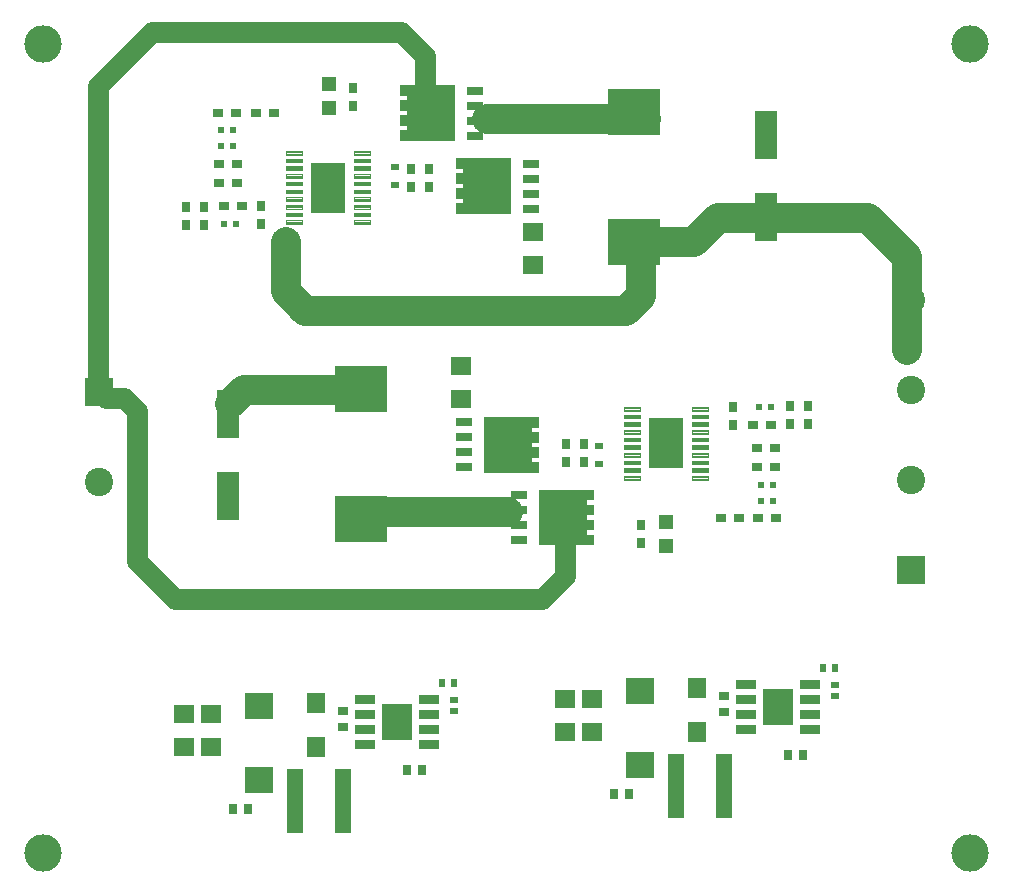
<source format=gbr>
G04 EAGLE Gerber RS-274X export*
G75*
%MOMM*%
%FSLAX34Y34*%
%LPD*%
%INSoldermask Top*%
%IPPOS*%
%AMOC8*
5,1,8,0,0,1.08239X$1,22.5*%
G01*
%ADD10C,1.778000*%
%ADD11C,2.540000*%
%ADD12C,3.175000*%
%ADD13R,1.372000X0.710000*%
%ADD14C,0.102500*%
%ADD15R,3.000000X4.200000*%
%ADD16R,0.900000X0.800000*%
%ADD17R,0.600000X0.600000*%
%ADD18R,0.800000X0.900000*%
%ADD19R,1.300000X1.200000*%
%ADD20R,1.800000X1.600000*%
%ADD21R,1.900000X4.150000*%
%ADD22R,4.500000X4.000000*%
%ADD23R,0.800000X0.600000*%
%ADD24R,2.600000X3.100000*%
%ADD25R,0.900000X0.700000*%
%ADD26R,0.700000X0.900000*%
%ADD27R,1.630000X1.660000*%
%ADD28R,1.430000X5.500000*%
%ADD29R,2.350000X2.300000*%
%ADD30R,0.700000X0.600000*%
%ADD31R,0.600000X0.700000*%
%ADD32R,2.400000X2.400000*%
%ADD33C,2.400000*%

G36*
X-1020235Y1381895D02*
X-1020235Y1381895D01*
X-1020240Y1381902D01*
X-1020233Y1381908D01*
X-1020233Y1391008D01*
X-1020269Y1391055D01*
X-1020276Y1391050D01*
X-1020282Y1391057D01*
X-1026233Y1391057D01*
X-1026233Y1394559D01*
X-1020382Y1394559D01*
X-1020335Y1394595D01*
X-1020338Y1394599D01*
X-1020335Y1394601D01*
X-1020337Y1394605D01*
X-1020333Y1394608D01*
X-1020333Y1403708D01*
X-1020369Y1403755D01*
X-1020376Y1403750D01*
X-1020382Y1403757D01*
X-1026233Y1403757D01*
X-1026233Y1407259D01*
X-1020382Y1407259D01*
X-1020335Y1407295D01*
X-1020340Y1407302D01*
X-1020333Y1407308D01*
X-1020333Y1416408D01*
X-1020369Y1416455D01*
X-1020376Y1416450D01*
X-1020382Y1416457D01*
X-1026233Y1416457D01*
X-1026233Y1419959D01*
X-1020382Y1419959D01*
X-1020335Y1419995D01*
X-1020340Y1420002D01*
X-1020333Y1420008D01*
X-1020333Y1429108D01*
X-1020369Y1429155D01*
X-1020376Y1429150D01*
X-1020382Y1429157D01*
X-1066782Y1429157D01*
X-1066829Y1429121D01*
X-1066824Y1429114D01*
X-1066831Y1429108D01*
X-1066831Y1381908D01*
X-1066795Y1381861D01*
X-1066788Y1381866D01*
X-1066782Y1381859D01*
X-1020282Y1381859D01*
X-1020235Y1381895D01*
G37*
G36*
X-973067Y1320427D02*
X-973067Y1320427D01*
X-973072Y1320434D01*
X-973065Y1320440D01*
X-973065Y1329540D01*
X-973101Y1329587D01*
X-973108Y1329582D01*
X-973114Y1329589D01*
X-979065Y1329589D01*
X-979065Y1333091D01*
X-973214Y1333091D01*
X-973167Y1333127D01*
X-973170Y1333131D01*
X-973167Y1333133D01*
X-973169Y1333137D01*
X-973165Y1333140D01*
X-973165Y1342240D01*
X-973201Y1342287D01*
X-973208Y1342282D01*
X-973214Y1342289D01*
X-979065Y1342289D01*
X-979065Y1345791D01*
X-973214Y1345791D01*
X-973167Y1345827D01*
X-973172Y1345834D01*
X-973165Y1345840D01*
X-973165Y1354940D01*
X-973201Y1354987D01*
X-973208Y1354982D01*
X-973214Y1354989D01*
X-979065Y1354989D01*
X-979065Y1358491D01*
X-973214Y1358491D01*
X-973167Y1358527D01*
X-973172Y1358534D01*
X-973165Y1358540D01*
X-973165Y1367640D01*
X-973201Y1367687D01*
X-973208Y1367682D01*
X-973214Y1367689D01*
X-1019614Y1367689D01*
X-1019661Y1367653D01*
X-1019656Y1367646D01*
X-1019663Y1367640D01*
X-1019663Y1320440D01*
X-1019627Y1320393D01*
X-1019620Y1320398D01*
X-1019614Y1320391D01*
X-973114Y1320391D01*
X-973067Y1320427D01*
G37*
G36*
X-1091079Y1662567D02*
X-1091079Y1662567D01*
X-1091084Y1662574D01*
X-1091077Y1662580D01*
X-1091077Y1709780D01*
X-1091113Y1709827D01*
X-1091120Y1709822D01*
X-1091126Y1709829D01*
X-1137626Y1709829D01*
X-1137673Y1709793D01*
X-1137668Y1709786D01*
X-1137675Y1709780D01*
X-1137675Y1700680D01*
X-1137639Y1700633D01*
X-1137632Y1700638D01*
X-1137626Y1700631D01*
X-1131675Y1700631D01*
X-1131675Y1697129D01*
X-1137526Y1697129D01*
X-1137573Y1697093D01*
X-1137568Y1697086D01*
X-1137575Y1697080D01*
X-1137575Y1687980D01*
X-1137539Y1687933D01*
X-1137532Y1687938D01*
X-1137526Y1687931D01*
X-1131675Y1687931D01*
X-1131675Y1684429D01*
X-1137526Y1684429D01*
X-1137573Y1684393D01*
X-1137568Y1684386D01*
X-1137575Y1684380D01*
X-1137575Y1675280D01*
X-1137539Y1675233D01*
X-1137532Y1675238D01*
X-1137526Y1675231D01*
X-1131675Y1675231D01*
X-1131675Y1671729D01*
X-1137526Y1671729D01*
X-1137573Y1671693D01*
X-1137568Y1671686D01*
X-1137575Y1671680D01*
X-1137575Y1662580D01*
X-1137539Y1662533D01*
X-1137532Y1662538D01*
X-1137526Y1662531D01*
X-1091126Y1662531D01*
X-1091079Y1662567D01*
G37*
G36*
X-1043911Y1601099D02*
X-1043911Y1601099D01*
X-1043916Y1601106D01*
X-1043909Y1601112D01*
X-1043909Y1648312D01*
X-1043945Y1648359D01*
X-1043952Y1648354D01*
X-1043958Y1648361D01*
X-1090458Y1648361D01*
X-1090505Y1648325D01*
X-1090500Y1648318D01*
X-1090507Y1648312D01*
X-1090507Y1639212D01*
X-1090471Y1639165D01*
X-1090464Y1639170D01*
X-1090458Y1639163D01*
X-1084507Y1639163D01*
X-1084507Y1635661D01*
X-1090358Y1635661D01*
X-1090405Y1635625D01*
X-1090400Y1635618D01*
X-1090407Y1635612D01*
X-1090407Y1626512D01*
X-1090371Y1626465D01*
X-1090364Y1626470D01*
X-1090358Y1626463D01*
X-1084507Y1626463D01*
X-1084507Y1622961D01*
X-1090358Y1622961D01*
X-1090405Y1622925D01*
X-1090400Y1622918D01*
X-1090407Y1622912D01*
X-1090407Y1613812D01*
X-1090371Y1613765D01*
X-1090364Y1613770D01*
X-1090358Y1613763D01*
X-1084507Y1613763D01*
X-1084507Y1610261D01*
X-1090358Y1610261D01*
X-1090405Y1610225D01*
X-1090400Y1610218D01*
X-1090407Y1610212D01*
X-1090407Y1601112D01*
X-1090371Y1601065D01*
X-1090364Y1601070D01*
X-1090358Y1601063D01*
X-1043958Y1601063D01*
X-1043911Y1601099D01*
G37*
G36*
X-782924Y1198945D02*
X-782924Y1198945D01*
X-782920Y1198942D01*
X-782729Y1198980D01*
X-782720Y1198990D01*
X-782711Y1198987D01*
X-782549Y1199096D01*
X-782545Y1199109D01*
X-782536Y1199109D01*
X-782427Y1199271D01*
X-782428Y1199285D01*
X-782420Y1199289D01*
X-782382Y1199480D01*
X-782385Y1199487D01*
X-782381Y1199490D01*
X-782381Y1205890D01*
X-782385Y1205896D01*
X-782382Y1205900D01*
X-782420Y1206091D01*
X-782430Y1206100D01*
X-782427Y1206109D01*
X-782536Y1206271D01*
X-782549Y1206275D01*
X-782549Y1206285D01*
X-782711Y1206393D01*
X-782725Y1206392D01*
X-782729Y1206400D01*
X-782920Y1206438D01*
X-782927Y1206435D01*
X-782930Y1206439D01*
X-798830Y1206439D01*
X-798836Y1206435D01*
X-798840Y1206438D01*
X-799031Y1206400D01*
X-799040Y1206390D01*
X-799049Y1206393D01*
X-799211Y1206285D01*
X-799215Y1206271D01*
X-799225Y1206271D01*
X-799333Y1206109D01*
X-799332Y1206100D01*
X-799339Y1206095D01*
X-799337Y1206093D01*
X-799340Y1206091D01*
X-799378Y1205900D01*
X-799375Y1205893D01*
X-799379Y1205890D01*
X-799379Y1199490D01*
X-799375Y1199484D01*
X-799378Y1199480D01*
X-799340Y1199289D01*
X-799330Y1199280D01*
X-799333Y1199271D01*
X-799225Y1199109D01*
X-799211Y1199105D01*
X-799211Y1199096D01*
X-799049Y1198987D01*
X-799035Y1198988D01*
X-799031Y1198980D01*
X-798840Y1198942D01*
X-798833Y1198945D01*
X-798830Y1198941D01*
X-782930Y1198941D01*
X-782924Y1198945D01*
G37*
G36*
X-836924Y1198945D02*
X-836924Y1198945D01*
X-836920Y1198942D01*
X-836729Y1198980D01*
X-836720Y1198990D01*
X-836711Y1198987D01*
X-836549Y1199096D01*
X-836545Y1199109D01*
X-836536Y1199109D01*
X-836427Y1199271D01*
X-836428Y1199285D01*
X-836420Y1199289D01*
X-836382Y1199480D01*
X-836385Y1199487D01*
X-836381Y1199490D01*
X-836381Y1205890D01*
X-836385Y1205896D01*
X-836382Y1205900D01*
X-836420Y1206091D01*
X-836430Y1206100D01*
X-836427Y1206109D01*
X-836536Y1206271D01*
X-836549Y1206275D01*
X-836549Y1206285D01*
X-836711Y1206393D01*
X-836725Y1206392D01*
X-836729Y1206400D01*
X-836920Y1206438D01*
X-836927Y1206435D01*
X-836930Y1206439D01*
X-852830Y1206439D01*
X-852836Y1206435D01*
X-852840Y1206438D01*
X-853031Y1206400D01*
X-853040Y1206390D01*
X-853049Y1206393D01*
X-853211Y1206285D01*
X-853215Y1206271D01*
X-853225Y1206271D01*
X-853333Y1206109D01*
X-853332Y1206100D01*
X-853339Y1206095D01*
X-853337Y1206093D01*
X-853340Y1206091D01*
X-853378Y1205900D01*
X-853375Y1205893D01*
X-853379Y1205890D01*
X-853379Y1199490D01*
X-853375Y1199484D01*
X-853378Y1199480D01*
X-853340Y1199289D01*
X-853330Y1199280D01*
X-853333Y1199271D01*
X-853225Y1199109D01*
X-853211Y1199105D01*
X-853211Y1199096D01*
X-853049Y1198987D01*
X-853035Y1198988D01*
X-853031Y1198980D01*
X-852840Y1198942D01*
X-852833Y1198945D01*
X-852830Y1198941D01*
X-836930Y1198941D01*
X-836924Y1198945D01*
G37*
G36*
X-782924Y1186245D02*
X-782924Y1186245D01*
X-782920Y1186242D01*
X-782729Y1186280D01*
X-782720Y1186290D01*
X-782711Y1186287D01*
X-782549Y1186396D01*
X-782545Y1186409D01*
X-782536Y1186409D01*
X-782427Y1186571D01*
X-782428Y1186585D01*
X-782420Y1186589D01*
X-782382Y1186780D01*
X-782385Y1186787D01*
X-782381Y1186790D01*
X-782381Y1193190D01*
X-782385Y1193196D01*
X-782382Y1193200D01*
X-782420Y1193391D01*
X-782430Y1193400D01*
X-782427Y1193409D01*
X-782536Y1193571D01*
X-782549Y1193575D01*
X-782549Y1193585D01*
X-782711Y1193693D01*
X-782725Y1193692D01*
X-782729Y1193700D01*
X-782920Y1193738D01*
X-782927Y1193735D01*
X-782930Y1193739D01*
X-798830Y1193739D01*
X-798836Y1193735D01*
X-798840Y1193738D01*
X-799031Y1193700D01*
X-799040Y1193690D01*
X-799049Y1193693D01*
X-799211Y1193585D01*
X-799215Y1193571D01*
X-799225Y1193571D01*
X-799333Y1193409D01*
X-799332Y1193400D01*
X-799339Y1193395D01*
X-799337Y1193393D01*
X-799340Y1193391D01*
X-799378Y1193200D01*
X-799375Y1193193D01*
X-799379Y1193190D01*
X-799379Y1186790D01*
X-799375Y1186784D01*
X-799378Y1186780D01*
X-799340Y1186589D01*
X-799330Y1186580D01*
X-799333Y1186571D01*
X-799225Y1186409D01*
X-799211Y1186405D01*
X-799211Y1186396D01*
X-799049Y1186287D01*
X-799035Y1186288D01*
X-799031Y1186280D01*
X-798840Y1186242D01*
X-798833Y1186245D01*
X-798830Y1186241D01*
X-782930Y1186241D01*
X-782924Y1186245D01*
G37*
G36*
X-1159504Y1186245D02*
X-1159504Y1186245D01*
X-1159500Y1186242D01*
X-1159309Y1186280D01*
X-1159300Y1186290D01*
X-1159291Y1186287D01*
X-1159129Y1186396D01*
X-1159125Y1186409D01*
X-1159116Y1186409D01*
X-1159007Y1186571D01*
X-1159008Y1186585D01*
X-1159000Y1186589D01*
X-1158962Y1186780D01*
X-1158965Y1186787D01*
X-1158961Y1186790D01*
X-1158961Y1193190D01*
X-1158965Y1193196D01*
X-1158962Y1193200D01*
X-1159000Y1193391D01*
X-1159010Y1193400D01*
X-1159007Y1193409D01*
X-1159116Y1193571D01*
X-1159129Y1193575D01*
X-1159129Y1193585D01*
X-1159291Y1193693D01*
X-1159305Y1193692D01*
X-1159309Y1193700D01*
X-1159500Y1193738D01*
X-1159507Y1193735D01*
X-1159510Y1193739D01*
X-1175410Y1193739D01*
X-1175416Y1193735D01*
X-1175420Y1193738D01*
X-1175611Y1193700D01*
X-1175620Y1193690D01*
X-1175629Y1193693D01*
X-1175791Y1193585D01*
X-1175795Y1193571D01*
X-1175805Y1193571D01*
X-1175913Y1193409D01*
X-1175912Y1193400D01*
X-1175919Y1193395D01*
X-1175917Y1193393D01*
X-1175920Y1193391D01*
X-1175958Y1193200D01*
X-1175955Y1193193D01*
X-1175959Y1193190D01*
X-1175959Y1186790D01*
X-1175955Y1186784D01*
X-1175958Y1186780D01*
X-1175920Y1186589D01*
X-1175910Y1186580D01*
X-1175913Y1186571D01*
X-1175805Y1186409D01*
X-1175791Y1186405D01*
X-1175791Y1186396D01*
X-1175629Y1186287D01*
X-1175615Y1186288D01*
X-1175611Y1186280D01*
X-1175420Y1186242D01*
X-1175413Y1186245D01*
X-1175410Y1186241D01*
X-1159510Y1186241D01*
X-1159504Y1186245D01*
G37*
G36*
X-1105504Y1186245D02*
X-1105504Y1186245D01*
X-1105500Y1186242D01*
X-1105309Y1186280D01*
X-1105300Y1186290D01*
X-1105291Y1186287D01*
X-1105129Y1186396D01*
X-1105125Y1186409D01*
X-1105116Y1186409D01*
X-1105007Y1186571D01*
X-1105008Y1186585D01*
X-1105000Y1186589D01*
X-1104962Y1186780D01*
X-1104965Y1186787D01*
X-1104961Y1186790D01*
X-1104961Y1193190D01*
X-1104965Y1193196D01*
X-1104962Y1193200D01*
X-1105000Y1193391D01*
X-1105010Y1193400D01*
X-1105007Y1193409D01*
X-1105116Y1193571D01*
X-1105129Y1193575D01*
X-1105129Y1193585D01*
X-1105291Y1193693D01*
X-1105305Y1193692D01*
X-1105309Y1193700D01*
X-1105500Y1193738D01*
X-1105507Y1193735D01*
X-1105510Y1193739D01*
X-1121410Y1193739D01*
X-1121416Y1193735D01*
X-1121420Y1193738D01*
X-1121611Y1193700D01*
X-1121620Y1193690D01*
X-1121629Y1193693D01*
X-1121791Y1193585D01*
X-1121795Y1193571D01*
X-1121805Y1193571D01*
X-1121913Y1193409D01*
X-1121912Y1193400D01*
X-1121919Y1193395D01*
X-1121917Y1193393D01*
X-1121920Y1193391D01*
X-1121958Y1193200D01*
X-1121955Y1193193D01*
X-1121959Y1193190D01*
X-1121959Y1186790D01*
X-1121955Y1186784D01*
X-1121958Y1186780D01*
X-1121920Y1186589D01*
X-1121910Y1186580D01*
X-1121913Y1186571D01*
X-1121805Y1186409D01*
X-1121791Y1186405D01*
X-1121791Y1186396D01*
X-1121629Y1186287D01*
X-1121615Y1186288D01*
X-1121611Y1186280D01*
X-1121420Y1186242D01*
X-1121413Y1186245D01*
X-1121410Y1186241D01*
X-1105510Y1186241D01*
X-1105504Y1186245D01*
G37*
G36*
X-836924Y1186245D02*
X-836924Y1186245D01*
X-836920Y1186242D01*
X-836729Y1186280D01*
X-836720Y1186290D01*
X-836711Y1186287D01*
X-836549Y1186396D01*
X-836545Y1186409D01*
X-836536Y1186409D01*
X-836427Y1186571D01*
X-836428Y1186585D01*
X-836420Y1186589D01*
X-836382Y1186780D01*
X-836385Y1186787D01*
X-836381Y1186790D01*
X-836381Y1193190D01*
X-836385Y1193196D01*
X-836382Y1193200D01*
X-836420Y1193391D01*
X-836430Y1193400D01*
X-836427Y1193409D01*
X-836536Y1193571D01*
X-836549Y1193575D01*
X-836549Y1193585D01*
X-836711Y1193693D01*
X-836725Y1193692D01*
X-836729Y1193700D01*
X-836920Y1193738D01*
X-836927Y1193735D01*
X-836930Y1193739D01*
X-852830Y1193739D01*
X-852836Y1193735D01*
X-852840Y1193738D01*
X-853031Y1193700D01*
X-853040Y1193690D01*
X-853049Y1193693D01*
X-853211Y1193585D01*
X-853215Y1193571D01*
X-853225Y1193571D01*
X-853333Y1193409D01*
X-853332Y1193400D01*
X-853339Y1193395D01*
X-853337Y1193393D01*
X-853340Y1193391D01*
X-853378Y1193200D01*
X-853375Y1193193D01*
X-853379Y1193190D01*
X-853379Y1186790D01*
X-853375Y1186784D01*
X-853378Y1186780D01*
X-853340Y1186589D01*
X-853330Y1186580D01*
X-853333Y1186571D01*
X-853225Y1186409D01*
X-853211Y1186405D01*
X-853211Y1186396D01*
X-853049Y1186287D01*
X-853035Y1186288D01*
X-853031Y1186280D01*
X-852840Y1186242D01*
X-852833Y1186245D01*
X-852830Y1186241D01*
X-836930Y1186241D01*
X-836924Y1186245D01*
G37*
G36*
X-836924Y1173545D02*
X-836924Y1173545D01*
X-836920Y1173542D01*
X-836729Y1173580D01*
X-836720Y1173590D01*
X-836711Y1173587D01*
X-836549Y1173696D01*
X-836545Y1173709D01*
X-836536Y1173709D01*
X-836427Y1173871D01*
X-836428Y1173885D01*
X-836420Y1173889D01*
X-836382Y1174080D01*
X-836385Y1174087D01*
X-836381Y1174090D01*
X-836381Y1180490D01*
X-836385Y1180496D01*
X-836382Y1180500D01*
X-836420Y1180691D01*
X-836430Y1180700D01*
X-836427Y1180709D01*
X-836536Y1180871D01*
X-836549Y1180875D01*
X-836549Y1180885D01*
X-836711Y1180993D01*
X-836725Y1180992D01*
X-836729Y1181000D01*
X-836920Y1181038D01*
X-836927Y1181035D01*
X-836930Y1181039D01*
X-852830Y1181039D01*
X-852836Y1181035D01*
X-852840Y1181038D01*
X-853031Y1181000D01*
X-853040Y1180990D01*
X-853049Y1180993D01*
X-853211Y1180885D01*
X-853215Y1180871D01*
X-853225Y1180871D01*
X-853333Y1180709D01*
X-853332Y1180700D01*
X-853339Y1180695D01*
X-853337Y1180693D01*
X-853340Y1180691D01*
X-853378Y1180500D01*
X-853375Y1180493D01*
X-853379Y1180490D01*
X-853379Y1174090D01*
X-853375Y1174084D01*
X-853378Y1174080D01*
X-853340Y1173889D01*
X-853330Y1173880D01*
X-853333Y1173871D01*
X-853225Y1173709D01*
X-853211Y1173705D01*
X-853211Y1173696D01*
X-853049Y1173587D01*
X-853035Y1173588D01*
X-853031Y1173580D01*
X-852840Y1173542D01*
X-852833Y1173545D01*
X-852830Y1173541D01*
X-836930Y1173541D01*
X-836924Y1173545D01*
G37*
G36*
X-1159504Y1173545D02*
X-1159504Y1173545D01*
X-1159500Y1173542D01*
X-1159309Y1173580D01*
X-1159300Y1173590D01*
X-1159291Y1173587D01*
X-1159129Y1173696D01*
X-1159125Y1173709D01*
X-1159116Y1173709D01*
X-1159007Y1173871D01*
X-1159008Y1173885D01*
X-1159000Y1173889D01*
X-1158962Y1174080D01*
X-1158965Y1174087D01*
X-1158961Y1174090D01*
X-1158961Y1180490D01*
X-1158965Y1180496D01*
X-1158962Y1180500D01*
X-1159000Y1180691D01*
X-1159010Y1180700D01*
X-1159007Y1180709D01*
X-1159116Y1180871D01*
X-1159129Y1180875D01*
X-1159129Y1180885D01*
X-1159291Y1180993D01*
X-1159305Y1180992D01*
X-1159309Y1181000D01*
X-1159500Y1181038D01*
X-1159507Y1181035D01*
X-1159510Y1181039D01*
X-1175410Y1181039D01*
X-1175416Y1181035D01*
X-1175420Y1181038D01*
X-1175611Y1181000D01*
X-1175620Y1180990D01*
X-1175629Y1180993D01*
X-1175791Y1180885D01*
X-1175795Y1180871D01*
X-1175805Y1180871D01*
X-1175913Y1180709D01*
X-1175912Y1180700D01*
X-1175919Y1180695D01*
X-1175917Y1180693D01*
X-1175920Y1180691D01*
X-1175958Y1180500D01*
X-1175955Y1180493D01*
X-1175959Y1180490D01*
X-1175959Y1174090D01*
X-1175955Y1174084D01*
X-1175958Y1174080D01*
X-1175920Y1173889D01*
X-1175910Y1173880D01*
X-1175913Y1173871D01*
X-1175805Y1173709D01*
X-1175791Y1173705D01*
X-1175791Y1173696D01*
X-1175629Y1173587D01*
X-1175615Y1173588D01*
X-1175611Y1173580D01*
X-1175420Y1173542D01*
X-1175413Y1173545D01*
X-1175410Y1173541D01*
X-1159510Y1173541D01*
X-1159504Y1173545D01*
G37*
G36*
X-1105504Y1173545D02*
X-1105504Y1173545D01*
X-1105500Y1173542D01*
X-1105309Y1173580D01*
X-1105300Y1173590D01*
X-1105291Y1173587D01*
X-1105129Y1173696D01*
X-1105125Y1173709D01*
X-1105116Y1173709D01*
X-1105007Y1173871D01*
X-1105008Y1173885D01*
X-1105000Y1173889D01*
X-1104962Y1174080D01*
X-1104965Y1174087D01*
X-1104961Y1174090D01*
X-1104961Y1180490D01*
X-1104965Y1180496D01*
X-1104962Y1180500D01*
X-1105000Y1180691D01*
X-1105010Y1180700D01*
X-1105007Y1180709D01*
X-1105116Y1180871D01*
X-1105129Y1180875D01*
X-1105129Y1180885D01*
X-1105291Y1180993D01*
X-1105305Y1180992D01*
X-1105309Y1181000D01*
X-1105500Y1181038D01*
X-1105507Y1181035D01*
X-1105510Y1181039D01*
X-1121410Y1181039D01*
X-1121416Y1181035D01*
X-1121420Y1181038D01*
X-1121611Y1181000D01*
X-1121620Y1180990D01*
X-1121629Y1180993D01*
X-1121791Y1180885D01*
X-1121795Y1180871D01*
X-1121805Y1180871D01*
X-1121913Y1180709D01*
X-1121912Y1180700D01*
X-1121919Y1180695D01*
X-1121917Y1180693D01*
X-1121920Y1180691D01*
X-1121958Y1180500D01*
X-1121955Y1180493D01*
X-1121959Y1180490D01*
X-1121959Y1174090D01*
X-1121955Y1174084D01*
X-1121958Y1174080D01*
X-1121920Y1173889D01*
X-1121910Y1173880D01*
X-1121913Y1173871D01*
X-1121805Y1173709D01*
X-1121791Y1173705D01*
X-1121791Y1173696D01*
X-1121629Y1173587D01*
X-1121615Y1173588D01*
X-1121611Y1173580D01*
X-1121420Y1173542D01*
X-1121413Y1173545D01*
X-1121410Y1173541D01*
X-1105510Y1173541D01*
X-1105504Y1173545D01*
G37*
G36*
X-782924Y1173545D02*
X-782924Y1173545D01*
X-782920Y1173542D01*
X-782729Y1173580D01*
X-782720Y1173590D01*
X-782711Y1173587D01*
X-782549Y1173696D01*
X-782545Y1173709D01*
X-782536Y1173709D01*
X-782427Y1173871D01*
X-782428Y1173885D01*
X-782420Y1173889D01*
X-782382Y1174080D01*
X-782385Y1174087D01*
X-782381Y1174090D01*
X-782381Y1180490D01*
X-782385Y1180496D01*
X-782382Y1180500D01*
X-782420Y1180691D01*
X-782430Y1180700D01*
X-782427Y1180709D01*
X-782536Y1180871D01*
X-782549Y1180875D01*
X-782549Y1180885D01*
X-782711Y1180993D01*
X-782725Y1180992D01*
X-782729Y1181000D01*
X-782920Y1181038D01*
X-782927Y1181035D01*
X-782930Y1181039D01*
X-798830Y1181039D01*
X-798836Y1181035D01*
X-798840Y1181038D01*
X-799031Y1181000D01*
X-799040Y1180990D01*
X-799049Y1180993D01*
X-799211Y1180885D01*
X-799215Y1180871D01*
X-799225Y1180871D01*
X-799333Y1180709D01*
X-799332Y1180700D01*
X-799339Y1180695D01*
X-799337Y1180693D01*
X-799340Y1180691D01*
X-799378Y1180500D01*
X-799375Y1180493D01*
X-799379Y1180490D01*
X-799379Y1174090D01*
X-799375Y1174084D01*
X-799378Y1174080D01*
X-799340Y1173889D01*
X-799330Y1173880D01*
X-799333Y1173871D01*
X-799225Y1173709D01*
X-799211Y1173705D01*
X-799211Y1173696D01*
X-799049Y1173587D01*
X-799035Y1173588D01*
X-799031Y1173580D01*
X-798840Y1173542D01*
X-798833Y1173545D01*
X-798830Y1173541D01*
X-782930Y1173541D01*
X-782924Y1173545D01*
G37*
G36*
X-782924Y1160845D02*
X-782924Y1160845D01*
X-782920Y1160842D01*
X-782729Y1160880D01*
X-782720Y1160890D01*
X-782711Y1160887D01*
X-782549Y1160996D01*
X-782545Y1161009D01*
X-782536Y1161009D01*
X-782427Y1161171D01*
X-782428Y1161185D01*
X-782420Y1161189D01*
X-782382Y1161380D01*
X-782385Y1161387D01*
X-782381Y1161390D01*
X-782381Y1167790D01*
X-782385Y1167796D01*
X-782382Y1167800D01*
X-782420Y1167991D01*
X-782430Y1168000D01*
X-782427Y1168009D01*
X-782536Y1168171D01*
X-782549Y1168175D01*
X-782549Y1168185D01*
X-782711Y1168293D01*
X-782725Y1168292D01*
X-782729Y1168300D01*
X-782920Y1168338D01*
X-782927Y1168335D01*
X-782930Y1168339D01*
X-798830Y1168339D01*
X-798836Y1168335D01*
X-798840Y1168338D01*
X-799031Y1168300D01*
X-799040Y1168290D01*
X-799049Y1168293D01*
X-799211Y1168185D01*
X-799215Y1168171D01*
X-799225Y1168171D01*
X-799333Y1168009D01*
X-799332Y1168000D01*
X-799339Y1167995D01*
X-799337Y1167993D01*
X-799340Y1167991D01*
X-799378Y1167800D01*
X-799375Y1167793D01*
X-799379Y1167790D01*
X-799379Y1161390D01*
X-799375Y1161384D01*
X-799378Y1161380D01*
X-799340Y1161189D01*
X-799330Y1161180D01*
X-799333Y1161171D01*
X-799225Y1161009D01*
X-799211Y1161005D01*
X-799211Y1160996D01*
X-799049Y1160887D01*
X-799035Y1160888D01*
X-799031Y1160880D01*
X-798840Y1160842D01*
X-798833Y1160845D01*
X-798830Y1160841D01*
X-782930Y1160841D01*
X-782924Y1160845D01*
G37*
G36*
X-1159504Y1160845D02*
X-1159504Y1160845D01*
X-1159500Y1160842D01*
X-1159309Y1160880D01*
X-1159300Y1160890D01*
X-1159291Y1160887D01*
X-1159129Y1160996D01*
X-1159125Y1161009D01*
X-1159116Y1161009D01*
X-1159007Y1161171D01*
X-1159008Y1161185D01*
X-1159000Y1161189D01*
X-1158962Y1161380D01*
X-1158965Y1161387D01*
X-1158961Y1161390D01*
X-1158961Y1167790D01*
X-1158965Y1167796D01*
X-1158962Y1167800D01*
X-1159000Y1167991D01*
X-1159010Y1168000D01*
X-1159007Y1168009D01*
X-1159116Y1168171D01*
X-1159129Y1168175D01*
X-1159129Y1168185D01*
X-1159291Y1168293D01*
X-1159305Y1168292D01*
X-1159309Y1168300D01*
X-1159500Y1168338D01*
X-1159507Y1168335D01*
X-1159510Y1168339D01*
X-1175410Y1168339D01*
X-1175416Y1168335D01*
X-1175420Y1168338D01*
X-1175611Y1168300D01*
X-1175620Y1168290D01*
X-1175629Y1168293D01*
X-1175791Y1168185D01*
X-1175795Y1168171D01*
X-1175805Y1168171D01*
X-1175913Y1168009D01*
X-1175912Y1168000D01*
X-1175919Y1167995D01*
X-1175917Y1167993D01*
X-1175920Y1167991D01*
X-1175958Y1167800D01*
X-1175955Y1167793D01*
X-1175959Y1167790D01*
X-1175959Y1161390D01*
X-1175955Y1161384D01*
X-1175958Y1161380D01*
X-1175920Y1161189D01*
X-1175910Y1161180D01*
X-1175913Y1161171D01*
X-1175805Y1161009D01*
X-1175791Y1161005D01*
X-1175791Y1160996D01*
X-1175629Y1160887D01*
X-1175615Y1160888D01*
X-1175611Y1160880D01*
X-1175420Y1160842D01*
X-1175413Y1160845D01*
X-1175410Y1160841D01*
X-1159510Y1160841D01*
X-1159504Y1160845D01*
G37*
G36*
X-836924Y1160845D02*
X-836924Y1160845D01*
X-836920Y1160842D01*
X-836729Y1160880D01*
X-836720Y1160890D01*
X-836711Y1160887D01*
X-836549Y1160996D01*
X-836545Y1161009D01*
X-836536Y1161009D01*
X-836427Y1161171D01*
X-836428Y1161185D01*
X-836420Y1161189D01*
X-836382Y1161380D01*
X-836385Y1161387D01*
X-836381Y1161390D01*
X-836381Y1167790D01*
X-836385Y1167796D01*
X-836382Y1167800D01*
X-836420Y1167991D01*
X-836430Y1168000D01*
X-836427Y1168009D01*
X-836536Y1168171D01*
X-836549Y1168175D01*
X-836549Y1168185D01*
X-836711Y1168293D01*
X-836725Y1168292D01*
X-836729Y1168300D01*
X-836920Y1168338D01*
X-836927Y1168335D01*
X-836930Y1168339D01*
X-852830Y1168339D01*
X-852836Y1168335D01*
X-852840Y1168338D01*
X-853031Y1168300D01*
X-853040Y1168290D01*
X-853049Y1168293D01*
X-853211Y1168185D01*
X-853215Y1168171D01*
X-853225Y1168171D01*
X-853333Y1168009D01*
X-853332Y1168000D01*
X-853339Y1167995D01*
X-853337Y1167993D01*
X-853340Y1167991D01*
X-853378Y1167800D01*
X-853375Y1167793D01*
X-853379Y1167790D01*
X-853379Y1161390D01*
X-853375Y1161384D01*
X-853378Y1161380D01*
X-853340Y1161189D01*
X-853330Y1161180D01*
X-853333Y1161171D01*
X-853225Y1161009D01*
X-853211Y1161005D01*
X-853211Y1160996D01*
X-853049Y1160887D01*
X-853035Y1160888D01*
X-853031Y1160880D01*
X-852840Y1160842D01*
X-852833Y1160845D01*
X-852830Y1160841D01*
X-836930Y1160841D01*
X-836924Y1160845D01*
G37*
G36*
X-1105504Y1160845D02*
X-1105504Y1160845D01*
X-1105500Y1160842D01*
X-1105309Y1160880D01*
X-1105300Y1160890D01*
X-1105291Y1160887D01*
X-1105129Y1160996D01*
X-1105125Y1161009D01*
X-1105116Y1161009D01*
X-1105007Y1161171D01*
X-1105008Y1161185D01*
X-1105000Y1161189D01*
X-1104962Y1161380D01*
X-1104965Y1161387D01*
X-1104961Y1161390D01*
X-1104961Y1167790D01*
X-1104965Y1167796D01*
X-1104962Y1167800D01*
X-1105000Y1167991D01*
X-1105010Y1168000D01*
X-1105007Y1168009D01*
X-1105116Y1168171D01*
X-1105129Y1168175D01*
X-1105129Y1168185D01*
X-1105291Y1168293D01*
X-1105305Y1168292D01*
X-1105309Y1168300D01*
X-1105500Y1168338D01*
X-1105507Y1168335D01*
X-1105510Y1168339D01*
X-1121410Y1168339D01*
X-1121416Y1168335D01*
X-1121420Y1168338D01*
X-1121611Y1168300D01*
X-1121620Y1168290D01*
X-1121629Y1168293D01*
X-1121791Y1168185D01*
X-1121795Y1168171D01*
X-1121805Y1168171D01*
X-1121913Y1168009D01*
X-1121912Y1168000D01*
X-1121919Y1167995D01*
X-1121917Y1167993D01*
X-1121920Y1167991D01*
X-1121958Y1167800D01*
X-1121955Y1167793D01*
X-1121959Y1167790D01*
X-1121959Y1161390D01*
X-1121955Y1161384D01*
X-1121958Y1161380D01*
X-1121920Y1161189D01*
X-1121910Y1161180D01*
X-1121913Y1161171D01*
X-1121805Y1161009D01*
X-1121791Y1161005D01*
X-1121791Y1160996D01*
X-1121629Y1160887D01*
X-1121615Y1160888D01*
X-1121611Y1160880D01*
X-1121420Y1160842D01*
X-1121413Y1160845D01*
X-1121410Y1160841D01*
X-1105510Y1160841D01*
X-1105504Y1160845D01*
G37*
G36*
X-1159504Y1148145D02*
X-1159504Y1148145D01*
X-1159500Y1148142D01*
X-1159309Y1148180D01*
X-1159300Y1148190D01*
X-1159291Y1148187D01*
X-1159129Y1148296D01*
X-1159125Y1148309D01*
X-1159116Y1148309D01*
X-1159007Y1148471D01*
X-1159008Y1148485D01*
X-1159000Y1148489D01*
X-1158962Y1148680D01*
X-1158965Y1148687D01*
X-1158961Y1148690D01*
X-1158961Y1155090D01*
X-1158965Y1155096D01*
X-1158962Y1155100D01*
X-1159000Y1155291D01*
X-1159010Y1155300D01*
X-1159007Y1155309D01*
X-1159116Y1155471D01*
X-1159129Y1155475D01*
X-1159129Y1155485D01*
X-1159291Y1155593D01*
X-1159305Y1155592D01*
X-1159309Y1155600D01*
X-1159500Y1155638D01*
X-1159507Y1155635D01*
X-1159510Y1155639D01*
X-1175410Y1155639D01*
X-1175416Y1155635D01*
X-1175420Y1155638D01*
X-1175611Y1155600D01*
X-1175620Y1155590D01*
X-1175629Y1155593D01*
X-1175791Y1155485D01*
X-1175795Y1155471D01*
X-1175805Y1155471D01*
X-1175913Y1155309D01*
X-1175912Y1155300D01*
X-1175919Y1155295D01*
X-1175917Y1155293D01*
X-1175920Y1155291D01*
X-1175958Y1155100D01*
X-1175955Y1155093D01*
X-1175959Y1155090D01*
X-1175959Y1148690D01*
X-1175955Y1148684D01*
X-1175958Y1148680D01*
X-1175920Y1148489D01*
X-1175910Y1148480D01*
X-1175913Y1148471D01*
X-1175805Y1148309D01*
X-1175791Y1148305D01*
X-1175791Y1148296D01*
X-1175629Y1148187D01*
X-1175615Y1148188D01*
X-1175611Y1148180D01*
X-1175420Y1148142D01*
X-1175413Y1148145D01*
X-1175410Y1148141D01*
X-1159510Y1148141D01*
X-1159504Y1148145D01*
G37*
G36*
X-1105504Y1148145D02*
X-1105504Y1148145D01*
X-1105500Y1148142D01*
X-1105309Y1148180D01*
X-1105300Y1148190D01*
X-1105291Y1148187D01*
X-1105129Y1148296D01*
X-1105125Y1148309D01*
X-1105116Y1148309D01*
X-1105007Y1148471D01*
X-1105008Y1148485D01*
X-1105000Y1148489D01*
X-1104962Y1148680D01*
X-1104965Y1148687D01*
X-1104961Y1148690D01*
X-1104961Y1155090D01*
X-1104965Y1155096D01*
X-1104962Y1155100D01*
X-1105000Y1155291D01*
X-1105010Y1155300D01*
X-1105007Y1155309D01*
X-1105116Y1155471D01*
X-1105129Y1155475D01*
X-1105129Y1155485D01*
X-1105291Y1155593D01*
X-1105305Y1155592D01*
X-1105309Y1155600D01*
X-1105500Y1155638D01*
X-1105507Y1155635D01*
X-1105510Y1155639D01*
X-1121410Y1155639D01*
X-1121416Y1155635D01*
X-1121420Y1155638D01*
X-1121611Y1155600D01*
X-1121620Y1155590D01*
X-1121629Y1155593D01*
X-1121791Y1155485D01*
X-1121795Y1155471D01*
X-1121805Y1155471D01*
X-1121913Y1155309D01*
X-1121912Y1155300D01*
X-1121919Y1155295D01*
X-1121917Y1155293D01*
X-1121920Y1155291D01*
X-1121958Y1155100D01*
X-1121955Y1155093D01*
X-1121959Y1155090D01*
X-1121959Y1148690D01*
X-1121955Y1148684D01*
X-1121958Y1148680D01*
X-1121920Y1148489D01*
X-1121910Y1148480D01*
X-1121913Y1148471D01*
X-1121805Y1148309D01*
X-1121791Y1148305D01*
X-1121791Y1148296D01*
X-1121629Y1148187D01*
X-1121615Y1148188D01*
X-1121611Y1148180D01*
X-1121420Y1148142D01*
X-1121413Y1148145D01*
X-1121410Y1148141D01*
X-1105510Y1148141D01*
X-1105504Y1148145D01*
G37*
D10*
X-1393190Y1450340D02*
X-1393190Y1709420D01*
X-1347470Y1755140D01*
X-1136650Y1755140D01*
X-1116330Y1734820D01*
X-1116330Y1700530D01*
X-1371600Y1445260D02*
X-1386840Y1445260D01*
X-1371600Y1445260D02*
X-1360170Y1433830D01*
X-1360170Y1306830D01*
X-1328420Y1275080D01*
X-1017270Y1275080D01*
X-998220Y1294130D01*
X-998220Y1339850D01*
D11*
X-708660Y1485900D02*
X-708660Y1564640D01*
X-741680Y1597660D01*
X-868680Y1597660D01*
X-889000Y1577340D01*
X-933450Y1577340D01*
X-933450Y1531620D01*
X-946150Y1518920D01*
X-1217930Y1518920D01*
X-1234440Y1535430D01*
X-1234440Y1577340D01*
X-1270000Y1451610D02*
X-1281430Y1440180D01*
X-1270000Y1451610D02*
X-1176020Y1451610D01*
X-1064260Y1681480D02*
X-929640Y1681480D01*
X-1046480Y1348740D02*
X-1167130Y1348740D01*
D12*
X-655000Y1745000D03*
X-655000Y1060000D03*
X-1440000Y1060000D03*
X-1440000Y1745000D03*
D13*
X-1074266Y1667130D03*
X-1074266Y1679830D03*
X-1074266Y1692530D03*
X-1074266Y1705230D03*
X-1027098Y1605662D03*
X-1027098Y1618362D03*
X-1027098Y1631062D03*
X-1027098Y1643762D03*
D14*
X-1220522Y1651152D02*
X-1233898Y1651152D01*
X-1233898Y1654228D01*
X-1220522Y1654228D01*
X-1220522Y1651152D01*
X-1220522Y1652126D02*
X-1233898Y1652126D01*
X-1233898Y1653100D02*
X-1220522Y1653100D01*
X-1220522Y1654074D02*
X-1233898Y1654074D01*
X-1233898Y1644652D02*
X-1220522Y1644652D01*
X-1233898Y1644652D02*
X-1233898Y1647728D01*
X-1220522Y1647728D01*
X-1220522Y1644652D01*
X-1220522Y1645626D02*
X-1233898Y1645626D01*
X-1233898Y1646600D02*
X-1220522Y1646600D01*
X-1220522Y1647574D02*
X-1233898Y1647574D01*
X-1233898Y1638152D02*
X-1220522Y1638152D01*
X-1233898Y1638152D02*
X-1233898Y1641228D01*
X-1220522Y1641228D01*
X-1220522Y1638152D01*
X-1220522Y1639126D02*
X-1233898Y1639126D01*
X-1233898Y1640100D02*
X-1220522Y1640100D01*
X-1220522Y1641074D02*
X-1233898Y1641074D01*
X-1233898Y1631652D02*
X-1220522Y1631652D01*
X-1233898Y1631652D02*
X-1233898Y1634728D01*
X-1220522Y1634728D01*
X-1220522Y1631652D01*
X-1220522Y1632626D02*
X-1233898Y1632626D01*
X-1233898Y1633600D02*
X-1220522Y1633600D01*
X-1220522Y1634574D02*
X-1233898Y1634574D01*
X-1233898Y1625152D02*
X-1220522Y1625152D01*
X-1233898Y1625152D02*
X-1233898Y1628228D01*
X-1220522Y1628228D01*
X-1220522Y1625152D01*
X-1220522Y1626126D02*
X-1233898Y1626126D01*
X-1233898Y1627100D02*
X-1220522Y1627100D01*
X-1220522Y1628074D02*
X-1233898Y1628074D01*
X-1233898Y1618652D02*
X-1220522Y1618652D01*
X-1233898Y1618652D02*
X-1233898Y1621728D01*
X-1220522Y1621728D01*
X-1220522Y1618652D01*
X-1220522Y1619626D02*
X-1233898Y1619626D01*
X-1233898Y1620600D02*
X-1220522Y1620600D01*
X-1220522Y1621574D02*
X-1233898Y1621574D01*
X-1233898Y1612152D02*
X-1220522Y1612152D01*
X-1233898Y1612152D02*
X-1233898Y1615228D01*
X-1220522Y1615228D01*
X-1220522Y1612152D01*
X-1220522Y1613126D02*
X-1233898Y1613126D01*
X-1233898Y1614100D02*
X-1220522Y1614100D01*
X-1220522Y1615074D02*
X-1233898Y1615074D01*
X-1233898Y1605652D02*
X-1220522Y1605652D01*
X-1233898Y1605652D02*
X-1233898Y1608728D01*
X-1220522Y1608728D01*
X-1220522Y1605652D01*
X-1220522Y1606626D02*
X-1233898Y1606626D01*
X-1233898Y1607600D02*
X-1220522Y1607600D01*
X-1220522Y1608574D02*
X-1233898Y1608574D01*
X-1233898Y1599152D02*
X-1220522Y1599152D01*
X-1233898Y1599152D02*
X-1233898Y1602228D01*
X-1220522Y1602228D01*
X-1220522Y1599152D01*
X-1220522Y1600126D02*
X-1233898Y1600126D01*
X-1233898Y1601100D02*
X-1220522Y1601100D01*
X-1220522Y1602074D02*
X-1233898Y1602074D01*
X-1233898Y1592652D02*
X-1220522Y1592652D01*
X-1233898Y1592652D02*
X-1233898Y1595728D01*
X-1220522Y1595728D01*
X-1220522Y1592652D01*
X-1220522Y1593626D02*
X-1233898Y1593626D01*
X-1233898Y1594600D02*
X-1220522Y1594600D01*
X-1220522Y1595574D02*
X-1233898Y1595574D01*
X-1176198Y1592652D02*
X-1162822Y1592652D01*
X-1176198Y1592652D02*
X-1176198Y1595728D01*
X-1162822Y1595728D01*
X-1162822Y1592652D01*
X-1162822Y1593626D02*
X-1176198Y1593626D01*
X-1176198Y1594600D02*
X-1162822Y1594600D01*
X-1162822Y1595574D02*
X-1176198Y1595574D01*
X-1176198Y1599152D02*
X-1162822Y1599152D01*
X-1176198Y1599152D02*
X-1176198Y1602228D01*
X-1162822Y1602228D01*
X-1162822Y1599152D01*
X-1162822Y1600126D02*
X-1176198Y1600126D01*
X-1176198Y1601100D02*
X-1162822Y1601100D01*
X-1162822Y1602074D02*
X-1176198Y1602074D01*
X-1176198Y1605652D02*
X-1162822Y1605652D01*
X-1176198Y1605652D02*
X-1176198Y1608728D01*
X-1162822Y1608728D01*
X-1162822Y1605652D01*
X-1162822Y1606626D02*
X-1176198Y1606626D01*
X-1176198Y1607600D02*
X-1162822Y1607600D01*
X-1162822Y1608574D02*
X-1176198Y1608574D01*
X-1176198Y1612152D02*
X-1162822Y1612152D01*
X-1176198Y1612152D02*
X-1176198Y1615228D01*
X-1162822Y1615228D01*
X-1162822Y1612152D01*
X-1162822Y1613126D02*
X-1176198Y1613126D01*
X-1176198Y1614100D02*
X-1162822Y1614100D01*
X-1162822Y1615074D02*
X-1176198Y1615074D01*
X-1176198Y1618652D02*
X-1162822Y1618652D01*
X-1176198Y1618652D02*
X-1176198Y1621728D01*
X-1162822Y1621728D01*
X-1162822Y1618652D01*
X-1162822Y1619626D02*
X-1176198Y1619626D01*
X-1176198Y1620600D02*
X-1162822Y1620600D01*
X-1162822Y1621574D02*
X-1176198Y1621574D01*
X-1176198Y1625152D02*
X-1162822Y1625152D01*
X-1176198Y1625152D02*
X-1176198Y1628228D01*
X-1162822Y1628228D01*
X-1162822Y1625152D01*
X-1162822Y1626126D02*
X-1176198Y1626126D01*
X-1176198Y1627100D02*
X-1162822Y1627100D01*
X-1162822Y1628074D02*
X-1176198Y1628074D01*
X-1176198Y1631652D02*
X-1162822Y1631652D01*
X-1176198Y1631652D02*
X-1176198Y1634728D01*
X-1162822Y1634728D01*
X-1162822Y1631652D01*
X-1162822Y1632626D02*
X-1176198Y1632626D01*
X-1176198Y1633600D02*
X-1162822Y1633600D01*
X-1162822Y1634574D02*
X-1176198Y1634574D01*
X-1176198Y1638152D02*
X-1162822Y1638152D01*
X-1176198Y1638152D02*
X-1176198Y1641228D01*
X-1162822Y1641228D01*
X-1162822Y1638152D01*
X-1162822Y1639126D02*
X-1176198Y1639126D01*
X-1176198Y1640100D02*
X-1162822Y1640100D01*
X-1162822Y1641074D02*
X-1176198Y1641074D01*
X-1176198Y1644652D02*
X-1162822Y1644652D01*
X-1176198Y1644652D02*
X-1176198Y1647728D01*
X-1162822Y1647728D01*
X-1162822Y1644652D01*
X-1162822Y1645626D02*
X-1176198Y1645626D01*
X-1176198Y1646600D02*
X-1162822Y1646600D01*
X-1162822Y1647574D02*
X-1176198Y1647574D01*
X-1176198Y1651152D02*
X-1162822Y1651152D01*
X-1176198Y1651152D02*
X-1176198Y1654228D01*
X-1162822Y1654228D01*
X-1162822Y1651152D01*
X-1162822Y1652126D02*
X-1176198Y1652126D01*
X-1176198Y1653100D02*
X-1162822Y1653100D01*
X-1162822Y1654074D02*
X-1176198Y1654074D01*
D15*
X-1198360Y1623440D03*
D16*
X-1275600Y1627570D03*
X-1290840Y1627570D03*
X-1275600Y1643534D03*
X-1290840Y1643534D03*
D17*
X-1289038Y1671966D03*
X-1278878Y1671966D03*
D16*
X-1259828Y1686228D03*
X-1244588Y1686228D03*
X-1291324Y1686266D03*
X-1276084Y1686266D03*
D17*
X-1278902Y1658876D03*
X-1289062Y1658876D03*
D18*
X-1177544Y1692656D03*
X-1177544Y1707896D03*
D19*
X-1198118Y1690370D03*
X-1198118Y1710690D03*
D18*
X-1255268Y1592834D03*
X-1255268Y1608074D03*
D17*
X-1287018Y1592834D03*
X-1276858Y1592834D03*
D16*
X-1287018Y1608074D03*
X-1271778Y1608074D03*
D20*
X-1024636Y1558006D03*
X-1024636Y1586006D03*
D18*
X-1303528Y1606804D03*
X-1303528Y1591564D03*
X-1318768Y1591564D03*
X-1318768Y1606804D03*
D21*
X-827786Y1598216D03*
X-827786Y1667716D03*
D22*
X-939800Y1687204D03*
X-939800Y1577204D03*
D23*
X-1141730Y1640720D03*
X-1141730Y1625720D03*
D18*
X-1113282Y1639062D03*
X-1113282Y1623822D03*
X-1128522Y1639316D03*
X-1128522Y1624076D03*
D13*
X-1036474Y1363090D03*
X-1036474Y1350390D03*
X-1036474Y1337690D03*
X-1036474Y1324990D03*
X-1083642Y1424558D03*
X-1083642Y1411858D03*
X-1083642Y1399158D03*
X-1083642Y1386458D03*
D14*
X-890218Y1379068D02*
X-876842Y1379068D01*
X-876842Y1375992D01*
X-890218Y1375992D01*
X-890218Y1379068D01*
X-890218Y1376966D02*
X-876842Y1376966D01*
X-876842Y1377940D02*
X-890218Y1377940D01*
X-890218Y1378914D02*
X-876842Y1378914D01*
X-876842Y1385568D02*
X-890218Y1385568D01*
X-876842Y1385568D02*
X-876842Y1382492D01*
X-890218Y1382492D01*
X-890218Y1385568D01*
X-890218Y1383466D02*
X-876842Y1383466D01*
X-876842Y1384440D02*
X-890218Y1384440D01*
X-890218Y1385414D02*
X-876842Y1385414D01*
X-876842Y1392068D02*
X-890218Y1392068D01*
X-876842Y1392068D02*
X-876842Y1388992D01*
X-890218Y1388992D01*
X-890218Y1392068D01*
X-890218Y1389966D02*
X-876842Y1389966D01*
X-876842Y1390940D02*
X-890218Y1390940D01*
X-890218Y1391914D02*
X-876842Y1391914D01*
X-876842Y1398568D02*
X-890218Y1398568D01*
X-876842Y1398568D02*
X-876842Y1395492D01*
X-890218Y1395492D01*
X-890218Y1398568D01*
X-890218Y1396466D02*
X-876842Y1396466D01*
X-876842Y1397440D02*
X-890218Y1397440D01*
X-890218Y1398414D02*
X-876842Y1398414D01*
X-876842Y1405068D02*
X-890218Y1405068D01*
X-876842Y1405068D02*
X-876842Y1401992D01*
X-890218Y1401992D01*
X-890218Y1405068D01*
X-890218Y1402966D02*
X-876842Y1402966D01*
X-876842Y1403940D02*
X-890218Y1403940D01*
X-890218Y1404914D02*
X-876842Y1404914D01*
X-876842Y1411568D02*
X-890218Y1411568D01*
X-876842Y1411568D02*
X-876842Y1408492D01*
X-890218Y1408492D01*
X-890218Y1411568D01*
X-890218Y1409466D02*
X-876842Y1409466D01*
X-876842Y1410440D02*
X-890218Y1410440D01*
X-890218Y1411414D02*
X-876842Y1411414D01*
X-876842Y1418068D02*
X-890218Y1418068D01*
X-876842Y1418068D02*
X-876842Y1414992D01*
X-890218Y1414992D01*
X-890218Y1418068D01*
X-890218Y1415966D02*
X-876842Y1415966D01*
X-876842Y1416940D02*
X-890218Y1416940D01*
X-890218Y1417914D02*
X-876842Y1417914D01*
X-876842Y1424568D02*
X-890218Y1424568D01*
X-876842Y1424568D02*
X-876842Y1421492D01*
X-890218Y1421492D01*
X-890218Y1424568D01*
X-890218Y1422466D02*
X-876842Y1422466D01*
X-876842Y1423440D02*
X-890218Y1423440D01*
X-890218Y1424414D02*
X-876842Y1424414D01*
X-876842Y1431068D02*
X-890218Y1431068D01*
X-876842Y1431068D02*
X-876842Y1427992D01*
X-890218Y1427992D01*
X-890218Y1431068D01*
X-890218Y1428966D02*
X-876842Y1428966D01*
X-876842Y1429940D02*
X-890218Y1429940D01*
X-890218Y1430914D02*
X-876842Y1430914D01*
X-876842Y1437568D02*
X-890218Y1437568D01*
X-876842Y1437568D02*
X-876842Y1434492D01*
X-890218Y1434492D01*
X-890218Y1437568D01*
X-890218Y1435466D02*
X-876842Y1435466D01*
X-876842Y1436440D02*
X-890218Y1436440D01*
X-890218Y1437414D02*
X-876842Y1437414D01*
X-934542Y1437568D02*
X-947918Y1437568D01*
X-934542Y1437568D02*
X-934542Y1434492D01*
X-947918Y1434492D01*
X-947918Y1437568D01*
X-947918Y1435466D02*
X-934542Y1435466D01*
X-934542Y1436440D02*
X-947918Y1436440D01*
X-947918Y1437414D02*
X-934542Y1437414D01*
X-934542Y1431068D02*
X-947918Y1431068D01*
X-934542Y1431068D02*
X-934542Y1427992D01*
X-947918Y1427992D01*
X-947918Y1431068D01*
X-947918Y1428966D02*
X-934542Y1428966D01*
X-934542Y1429940D02*
X-947918Y1429940D01*
X-947918Y1430914D02*
X-934542Y1430914D01*
X-934542Y1424568D02*
X-947918Y1424568D01*
X-934542Y1424568D02*
X-934542Y1421492D01*
X-947918Y1421492D01*
X-947918Y1424568D01*
X-947918Y1422466D02*
X-934542Y1422466D01*
X-934542Y1423440D02*
X-947918Y1423440D01*
X-947918Y1424414D02*
X-934542Y1424414D01*
X-934542Y1418068D02*
X-947918Y1418068D01*
X-934542Y1418068D02*
X-934542Y1414992D01*
X-947918Y1414992D01*
X-947918Y1418068D01*
X-947918Y1415966D02*
X-934542Y1415966D01*
X-934542Y1416940D02*
X-947918Y1416940D01*
X-947918Y1417914D02*
X-934542Y1417914D01*
X-934542Y1411568D02*
X-947918Y1411568D01*
X-934542Y1411568D02*
X-934542Y1408492D01*
X-947918Y1408492D01*
X-947918Y1411568D01*
X-947918Y1409466D02*
X-934542Y1409466D01*
X-934542Y1410440D02*
X-947918Y1410440D01*
X-947918Y1411414D02*
X-934542Y1411414D01*
X-934542Y1405068D02*
X-947918Y1405068D01*
X-934542Y1405068D02*
X-934542Y1401992D01*
X-947918Y1401992D01*
X-947918Y1405068D01*
X-947918Y1402966D02*
X-934542Y1402966D01*
X-934542Y1403940D02*
X-947918Y1403940D01*
X-947918Y1404914D02*
X-934542Y1404914D01*
X-934542Y1398568D02*
X-947918Y1398568D01*
X-934542Y1398568D02*
X-934542Y1395492D01*
X-947918Y1395492D01*
X-947918Y1398568D01*
X-947918Y1396466D02*
X-934542Y1396466D01*
X-934542Y1397440D02*
X-947918Y1397440D01*
X-947918Y1398414D02*
X-934542Y1398414D01*
X-934542Y1392068D02*
X-947918Y1392068D01*
X-934542Y1392068D02*
X-934542Y1388992D01*
X-947918Y1388992D01*
X-947918Y1392068D01*
X-947918Y1389966D02*
X-934542Y1389966D01*
X-934542Y1390940D02*
X-947918Y1390940D01*
X-947918Y1391914D02*
X-934542Y1391914D01*
X-934542Y1385568D02*
X-947918Y1385568D01*
X-934542Y1385568D02*
X-934542Y1382492D01*
X-947918Y1382492D01*
X-947918Y1385568D01*
X-947918Y1383466D02*
X-934542Y1383466D01*
X-934542Y1384440D02*
X-947918Y1384440D01*
X-947918Y1385414D02*
X-934542Y1385414D01*
X-934542Y1379068D02*
X-947918Y1379068D01*
X-934542Y1379068D02*
X-934542Y1375992D01*
X-947918Y1375992D01*
X-947918Y1379068D01*
X-947918Y1376966D02*
X-934542Y1376966D01*
X-934542Y1377940D02*
X-947918Y1377940D01*
X-947918Y1378914D02*
X-934542Y1378914D01*
D15*
X-912380Y1406780D03*
D16*
X-835140Y1402650D03*
X-819900Y1402650D03*
X-835140Y1386686D03*
X-819900Y1386686D03*
D17*
X-821702Y1358254D03*
X-831862Y1358254D03*
D16*
X-850912Y1343992D03*
X-866152Y1343992D03*
X-819416Y1343954D03*
X-834656Y1343954D03*
D17*
X-831838Y1371344D03*
X-821678Y1371344D03*
D18*
X-933196Y1337564D03*
X-933196Y1322324D03*
D19*
X-912622Y1339850D03*
X-912622Y1319530D03*
D18*
X-855472Y1437386D03*
X-855472Y1422146D03*
D17*
X-823722Y1437386D03*
X-833882Y1437386D03*
D16*
X-823722Y1422146D03*
X-838962Y1422146D03*
D20*
X-1086104Y1472214D03*
X-1086104Y1444214D03*
D18*
X-807212Y1423416D03*
X-807212Y1438656D03*
X-791972Y1438656D03*
X-791972Y1423416D03*
D21*
X-1282954Y1432004D03*
X-1282954Y1362504D03*
D22*
X-1170940Y1343016D03*
X-1170940Y1453016D03*
D23*
X-969010Y1389500D03*
X-969010Y1404500D03*
D18*
X-997458Y1391158D03*
X-997458Y1406398D03*
X-982218Y1390904D03*
X-982218Y1406144D03*
D24*
X-1140460Y1170940D03*
D20*
X-1297940Y1149320D03*
X-1297940Y1177320D03*
X-1320800Y1149320D03*
X-1320800Y1177320D03*
D25*
X-1186180Y1166980D03*
X-1186180Y1179980D03*
D26*
X-1118720Y1130300D03*
X-1131720Y1130300D03*
D27*
X-1209040Y1150150D03*
X-1209040Y1186650D03*
D28*
X-1186300Y1103630D03*
X-1226700Y1103630D03*
D29*
X-1257300Y1121660D03*
X-1257300Y1184660D03*
D26*
X-1266040Y1097280D03*
X-1279040Y1097280D03*
D30*
X-1092200Y1189910D03*
X-1092200Y1179910D03*
D31*
X-1102280Y1203960D03*
X-1092280Y1203960D03*
D24*
X-817880Y1183640D03*
D20*
X-975360Y1162020D03*
X-975360Y1190020D03*
X-998220Y1162020D03*
X-998220Y1190020D03*
D25*
X-863600Y1179680D03*
X-863600Y1192680D03*
D26*
X-796140Y1143000D03*
X-809140Y1143000D03*
D27*
X-886460Y1162850D03*
X-886460Y1199350D03*
D28*
X-863720Y1116330D03*
X-904120Y1116330D03*
D29*
X-934720Y1134360D03*
X-934720Y1197360D03*
D26*
X-943460Y1109980D03*
X-956460Y1109980D03*
D30*
X-769620Y1202610D03*
X-769620Y1192610D03*
D31*
X-779700Y1216660D03*
X-769700Y1216660D03*
D32*
X-1392720Y1450340D03*
D33*
X-1392720Y1374140D03*
D32*
X-705000Y1300000D03*
D33*
X-705000Y1376200D03*
X-705000Y1452400D03*
X-705000Y1528600D03*
M02*

</source>
